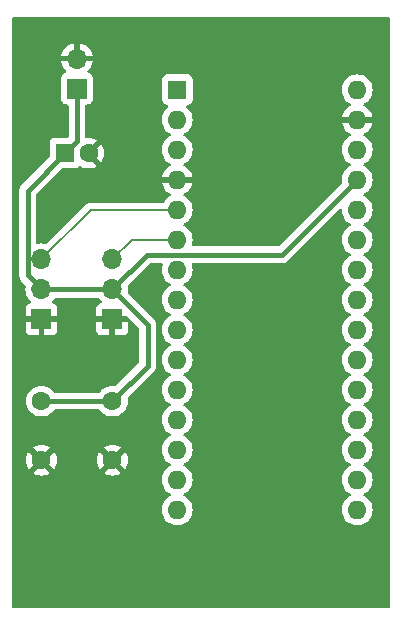
<source format=gtl>
G04 #@! TF.GenerationSoftware,KiCad,Pcbnew,8.0.4*
G04 #@! TF.CreationDate,2024-10-30T20:05:23-07:00*
G04 #@! TF.ProjectId,Valve,56616c76-652e-46b6-9963-61645f706362,rev?*
G04 #@! TF.SameCoordinates,Original*
G04 #@! TF.FileFunction,Copper,L1,Top*
G04 #@! TF.FilePolarity,Positive*
%FSLAX46Y46*%
G04 Gerber Fmt 4.6, Leading zero omitted, Abs format (unit mm)*
G04 Created by KiCad (PCBNEW 8.0.4) date 2024-10-30 20:05:23*
%MOMM*%
%LPD*%
G01*
G04 APERTURE LIST*
G04 #@! TA.AperFunction,ComponentPad*
%ADD10R,1.700000X1.700000*%
G04 #@! TD*
G04 #@! TA.AperFunction,ComponentPad*
%ADD11O,1.700000X1.700000*%
G04 #@! TD*
G04 #@! TA.AperFunction,ComponentPad*
%ADD12C,1.600000*%
G04 #@! TD*
G04 #@! TA.AperFunction,ComponentPad*
%ADD13R,1.600000X1.600000*%
G04 #@! TD*
G04 #@! TA.AperFunction,ComponentPad*
%ADD14O,1.600000X1.600000*%
G04 #@! TD*
G04 #@! TA.AperFunction,Conductor*
%ADD15C,0.400000*%
G04 #@! TD*
G04 #@! TA.AperFunction,Conductor*
%ADD16C,0.200000*%
G04 #@! TD*
G04 APERTURE END LIST*
D10*
X129000000Y-101080000D03*
D11*
X129000000Y-98540000D03*
X129000000Y-96000000D03*
D12*
X135000000Y-113000000D03*
X135000000Y-108000000D03*
D13*
X131000000Y-87000000D03*
D12*
X133000000Y-87000000D03*
X129000000Y-113000000D03*
X129000000Y-108000000D03*
D10*
X135000000Y-101080000D03*
D11*
X135000000Y-98540000D03*
X135000000Y-96000000D03*
D13*
X140500000Y-81640000D03*
D14*
X140500000Y-84180000D03*
X140500000Y-86720000D03*
X140500000Y-89260000D03*
X140500000Y-91800000D03*
X140500000Y-94340000D03*
X140500000Y-96880000D03*
X140500000Y-99420000D03*
X140500000Y-101960000D03*
X140500000Y-104500000D03*
X140500000Y-107040000D03*
X140500000Y-109580000D03*
X140500000Y-112120000D03*
X140500000Y-114660000D03*
X140500000Y-117200000D03*
X155740000Y-117200000D03*
X155740000Y-114660000D03*
X155740000Y-112120000D03*
X155740000Y-109580000D03*
X155740000Y-107040000D03*
X155740000Y-104500000D03*
X155740000Y-101960000D03*
X155740000Y-99420000D03*
X155740000Y-96880000D03*
X155740000Y-94340000D03*
X155740000Y-91800000D03*
X155740000Y-89260000D03*
X155740000Y-86720000D03*
X155740000Y-84180000D03*
X155740000Y-81640000D03*
D10*
X132000000Y-81540000D03*
D11*
X132000000Y-79000000D03*
D15*
X155740000Y-89260000D02*
X149400000Y-95600000D01*
X149400000Y-95600000D02*
X137940000Y-95600000D01*
X137940000Y-95600000D02*
X135000000Y-98540000D01*
X131000000Y-87000000D02*
X127823000Y-90177000D01*
X127823000Y-90177000D02*
X127823000Y-97363000D01*
X127823000Y-97363000D02*
X129000000Y-98540000D01*
X132000000Y-81540000D02*
X132000000Y-86000000D01*
X132000000Y-86000000D02*
X131000000Y-87000000D01*
X135000000Y-108000000D02*
X129000000Y-108000000D01*
X135000000Y-98540000D02*
X138000000Y-101540000D01*
X138000000Y-101540000D02*
X138000000Y-105000000D01*
X138000000Y-105000000D02*
X135000000Y-108000000D01*
D16*
X135000000Y-96000000D02*
X136660000Y-94340000D01*
X136660000Y-94340000D02*
X140500000Y-94340000D01*
X129000000Y-96000000D02*
X133200000Y-91800000D01*
X133200000Y-91800000D02*
X140500000Y-91800000D01*
D15*
X129000000Y-98540000D02*
X135000000Y-98540000D01*
G04 #@! TA.AperFunction,Conductor*
G36*
X158442539Y-75520185D02*
G01*
X158488294Y-75572989D01*
X158499500Y-75624500D01*
X158499500Y-125375500D01*
X158479815Y-125442539D01*
X158427011Y-125488294D01*
X158375500Y-125499500D01*
X126624500Y-125499500D01*
X126557461Y-125479815D01*
X126511706Y-125427011D01*
X126500500Y-125375500D01*
X126500500Y-112999997D01*
X127695034Y-112999997D01*
X127695034Y-113000002D01*
X127714858Y-113226599D01*
X127714860Y-113226610D01*
X127773730Y-113446317D01*
X127773735Y-113446331D01*
X127869863Y-113652478D01*
X127920974Y-113725472D01*
X128600000Y-113046446D01*
X128600000Y-113052661D01*
X128627259Y-113154394D01*
X128679920Y-113245606D01*
X128754394Y-113320080D01*
X128845606Y-113372741D01*
X128947339Y-113400000D01*
X128953553Y-113400000D01*
X128274526Y-114079025D01*
X128347513Y-114130132D01*
X128347521Y-114130136D01*
X128553668Y-114226264D01*
X128553682Y-114226269D01*
X128773389Y-114285139D01*
X128773400Y-114285141D01*
X128999998Y-114304966D01*
X129000002Y-114304966D01*
X129226599Y-114285141D01*
X129226610Y-114285139D01*
X129446317Y-114226269D01*
X129446331Y-114226264D01*
X129652478Y-114130136D01*
X129725471Y-114079024D01*
X129046447Y-113400000D01*
X129052661Y-113400000D01*
X129154394Y-113372741D01*
X129245606Y-113320080D01*
X129320080Y-113245606D01*
X129372741Y-113154394D01*
X129400000Y-113052661D01*
X129400000Y-113046447D01*
X130079024Y-113725471D01*
X130130136Y-113652478D01*
X130226264Y-113446331D01*
X130226269Y-113446317D01*
X130285139Y-113226610D01*
X130285141Y-113226599D01*
X130304966Y-113000002D01*
X130304966Y-112999997D01*
X133695034Y-112999997D01*
X133695034Y-113000002D01*
X133714858Y-113226599D01*
X133714860Y-113226610D01*
X133773730Y-113446317D01*
X133773735Y-113446331D01*
X133869863Y-113652478D01*
X133920974Y-113725472D01*
X134600000Y-113046446D01*
X134600000Y-113052661D01*
X134627259Y-113154394D01*
X134679920Y-113245606D01*
X134754394Y-113320080D01*
X134845606Y-113372741D01*
X134947339Y-113400000D01*
X134953553Y-113400000D01*
X134274526Y-114079025D01*
X134347513Y-114130132D01*
X134347521Y-114130136D01*
X134553668Y-114226264D01*
X134553682Y-114226269D01*
X134773389Y-114285139D01*
X134773400Y-114285141D01*
X134999998Y-114304966D01*
X135000002Y-114304966D01*
X135226599Y-114285141D01*
X135226610Y-114285139D01*
X135446317Y-114226269D01*
X135446331Y-114226264D01*
X135652478Y-114130136D01*
X135725471Y-114079024D01*
X135046447Y-113400000D01*
X135052661Y-113400000D01*
X135154394Y-113372741D01*
X135245606Y-113320080D01*
X135320080Y-113245606D01*
X135372741Y-113154394D01*
X135400000Y-113052661D01*
X135400000Y-113046447D01*
X136079024Y-113725471D01*
X136130136Y-113652478D01*
X136226264Y-113446331D01*
X136226269Y-113446317D01*
X136285139Y-113226610D01*
X136285141Y-113226599D01*
X136304966Y-113000002D01*
X136304966Y-112999997D01*
X136285141Y-112773400D01*
X136285139Y-112773389D01*
X136226269Y-112553682D01*
X136226264Y-112553668D01*
X136130136Y-112347521D01*
X136130132Y-112347513D01*
X136079025Y-112274526D01*
X135400000Y-112953551D01*
X135400000Y-112947339D01*
X135372741Y-112845606D01*
X135320080Y-112754394D01*
X135245606Y-112679920D01*
X135154394Y-112627259D01*
X135052661Y-112600000D01*
X135046448Y-112600000D01*
X135725472Y-111920974D01*
X135652478Y-111869863D01*
X135446331Y-111773735D01*
X135446317Y-111773730D01*
X135226610Y-111714860D01*
X135226599Y-111714858D01*
X135000002Y-111695034D01*
X134999998Y-111695034D01*
X134773400Y-111714858D01*
X134773389Y-111714860D01*
X134553682Y-111773730D01*
X134553673Y-111773734D01*
X134347516Y-111869866D01*
X134347512Y-111869868D01*
X134274526Y-111920973D01*
X134274526Y-111920974D01*
X134953553Y-112600000D01*
X134947339Y-112600000D01*
X134845606Y-112627259D01*
X134754394Y-112679920D01*
X134679920Y-112754394D01*
X134627259Y-112845606D01*
X134600000Y-112947339D01*
X134600000Y-112953552D01*
X133920974Y-112274526D01*
X133920973Y-112274526D01*
X133869868Y-112347512D01*
X133869866Y-112347516D01*
X133773734Y-112553673D01*
X133773730Y-112553682D01*
X133714860Y-112773389D01*
X133714858Y-112773400D01*
X133695034Y-112999997D01*
X130304966Y-112999997D01*
X130285141Y-112773400D01*
X130285139Y-112773389D01*
X130226269Y-112553682D01*
X130226264Y-112553668D01*
X130130136Y-112347521D01*
X130130132Y-112347513D01*
X130079025Y-112274526D01*
X129400000Y-112953551D01*
X129400000Y-112947339D01*
X129372741Y-112845606D01*
X129320080Y-112754394D01*
X129245606Y-112679920D01*
X129154394Y-112627259D01*
X129052661Y-112600000D01*
X129046448Y-112600000D01*
X129725472Y-111920974D01*
X129652478Y-111869863D01*
X129446331Y-111773735D01*
X129446317Y-111773730D01*
X129226610Y-111714860D01*
X129226599Y-111714858D01*
X129000002Y-111695034D01*
X128999998Y-111695034D01*
X128773400Y-111714858D01*
X128773389Y-111714860D01*
X128553682Y-111773730D01*
X128553673Y-111773734D01*
X128347516Y-111869866D01*
X128347512Y-111869868D01*
X128274526Y-111920973D01*
X128274526Y-111920974D01*
X128953553Y-112600000D01*
X128947339Y-112600000D01*
X128845606Y-112627259D01*
X128754394Y-112679920D01*
X128679920Y-112754394D01*
X128627259Y-112845606D01*
X128600000Y-112947339D01*
X128600000Y-112953552D01*
X127920974Y-112274526D01*
X127920973Y-112274526D01*
X127869868Y-112347512D01*
X127869866Y-112347516D01*
X127773734Y-112553673D01*
X127773730Y-112553682D01*
X127714860Y-112773389D01*
X127714858Y-112773400D01*
X127695034Y-112999997D01*
X126500500Y-112999997D01*
X126500500Y-97431996D01*
X127122499Y-97431996D01*
X127149418Y-97567322D01*
X127149421Y-97567332D01*
X127202222Y-97694807D01*
X127278887Y-97809545D01*
X127278888Y-97809546D01*
X127637348Y-98168005D01*
X127670833Y-98229328D01*
X127669442Y-98287778D01*
X127664939Y-98304584D01*
X127664936Y-98304597D01*
X127644341Y-98539999D01*
X127644341Y-98540000D01*
X127664936Y-98775403D01*
X127664938Y-98775413D01*
X127726094Y-99003655D01*
X127726096Y-99003659D01*
X127726097Y-99003663D01*
X127814527Y-99193302D01*
X127825965Y-99217830D01*
X127825967Y-99217834D01*
X127961501Y-99411395D01*
X127961506Y-99411402D01*
X128083818Y-99533714D01*
X128117303Y-99595037D01*
X128112319Y-99664729D01*
X128070447Y-99720662D01*
X128039471Y-99737577D01*
X127907912Y-99786646D01*
X127907906Y-99786649D01*
X127792812Y-99872809D01*
X127792809Y-99872812D01*
X127706649Y-99987906D01*
X127706645Y-99987913D01*
X127656403Y-100122620D01*
X127656401Y-100122627D01*
X127650000Y-100182155D01*
X127650000Y-100830000D01*
X128566988Y-100830000D01*
X128534075Y-100887007D01*
X128500000Y-101014174D01*
X128500000Y-101145826D01*
X128534075Y-101272993D01*
X128566988Y-101330000D01*
X127650000Y-101330000D01*
X127650000Y-101977844D01*
X127656401Y-102037372D01*
X127656403Y-102037379D01*
X127706645Y-102172086D01*
X127706649Y-102172093D01*
X127792809Y-102287187D01*
X127792812Y-102287190D01*
X127907906Y-102373350D01*
X127907913Y-102373354D01*
X128042620Y-102423596D01*
X128042627Y-102423598D01*
X128102155Y-102429999D01*
X128102172Y-102430000D01*
X128750000Y-102430000D01*
X128750000Y-101513012D01*
X128807007Y-101545925D01*
X128934174Y-101580000D01*
X129065826Y-101580000D01*
X129192993Y-101545925D01*
X129250000Y-101513012D01*
X129250000Y-102430000D01*
X129897828Y-102430000D01*
X129897844Y-102429999D01*
X129957372Y-102423598D01*
X129957379Y-102423596D01*
X130092086Y-102373354D01*
X130092093Y-102373350D01*
X130207187Y-102287190D01*
X130207190Y-102287187D01*
X130293350Y-102172093D01*
X130293354Y-102172086D01*
X130343596Y-102037379D01*
X130343598Y-102037372D01*
X130349999Y-101977844D01*
X130350000Y-101977827D01*
X130350000Y-101330000D01*
X129433012Y-101330000D01*
X129465925Y-101272993D01*
X129500000Y-101145826D01*
X129500000Y-101014174D01*
X129465925Y-100887007D01*
X129433012Y-100830000D01*
X130350000Y-100830000D01*
X130350000Y-100182172D01*
X130349999Y-100182155D01*
X130343598Y-100122627D01*
X130343596Y-100122620D01*
X130293354Y-99987913D01*
X130293350Y-99987906D01*
X130207190Y-99872812D01*
X130207187Y-99872809D01*
X130092093Y-99786649D01*
X130092088Y-99786646D01*
X129960528Y-99737577D01*
X129904595Y-99695705D01*
X129880178Y-99630241D01*
X129895030Y-99561968D01*
X129916175Y-99533720D01*
X130038495Y-99411401D01*
X130121136Y-99293376D01*
X130175713Y-99249752D01*
X130222711Y-99240500D01*
X133777289Y-99240500D01*
X133844328Y-99260185D01*
X133878864Y-99293377D01*
X133961503Y-99411399D01*
X133961504Y-99411400D01*
X133961505Y-99411401D01*
X134083819Y-99533715D01*
X134117303Y-99595036D01*
X134112319Y-99664728D01*
X134070448Y-99720662D01*
X134039471Y-99737577D01*
X133907912Y-99786646D01*
X133907906Y-99786649D01*
X133792812Y-99872809D01*
X133792809Y-99872812D01*
X133706649Y-99987906D01*
X133706645Y-99987913D01*
X133656403Y-100122620D01*
X133656401Y-100122627D01*
X133650000Y-100182155D01*
X133650000Y-100830000D01*
X134566988Y-100830000D01*
X134534075Y-100887007D01*
X134500000Y-101014174D01*
X134500000Y-101145826D01*
X134534075Y-101272993D01*
X134566988Y-101330000D01*
X133650000Y-101330000D01*
X133650000Y-101977844D01*
X133656401Y-102037372D01*
X133656403Y-102037379D01*
X133706645Y-102172086D01*
X133706649Y-102172093D01*
X133792809Y-102287187D01*
X133792812Y-102287190D01*
X133907906Y-102373350D01*
X133907913Y-102373354D01*
X134042620Y-102423596D01*
X134042627Y-102423598D01*
X134102155Y-102429999D01*
X134102172Y-102430000D01*
X134750000Y-102430000D01*
X134750000Y-101513012D01*
X134807007Y-101545925D01*
X134934174Y-101580000D01*
X135065826Y-101580000D01*
X135192993Y-101545925D01*
X135250000Y-101513012D01*
X135250000Y-102430000D01*
X135897828Y-102430000D01*
X135897844Y-102429999D01*
X135957372Y-102423598D01*
X135957379Y-102423596D01*
X136092086Y-102373354D01*
X136092093Y-102373350D01*
X136207187Y-102287190D01*
X136207190Y-102287187D01*
X136293350Y-102172093D01*
X136293354Y-102172086D01*
X136343596Y-102037379D01*
X136343598Y-102037372D01*
X136349999Y-101977844D01*
X136350000Y-101977827D01*
X136350000Y-101330000D01*
X135433012Y-101330000D01*
X135465925Y-101272993D01*
X135500000Y-101145826D01*
X135500000Y-101014174D01*
X135465925Y-100887007D01*
X135433012Y-100830000D01*
X136247981Y-100830000D01*
X136315020Y-100849685D01*
X136335662Y-100866319D01*
X137263181Y-101793838D01*
X137296666Y-101855161D01*
X137299500Y-101881519D01*
X137299500Y-104658480D01*
X137279815Y-104725519D01*
X137263181Y-104746161D01*
X135330369Y-106678972D01*
X135269046Y-106712457D01*
X135231881Y-106714819D01*
X135226680Y-106714364D01*
X135207171Y-106712657D01*
X135000002Y-106694532D01*
X134999998Y-106694532D01*
X134773313Y-106714364D01*
X134773302Y-106714366D01*
X134553511Y-106773258D01*
X134553502Y-106773261D01*
X134347267Y-106869431D01*
X134347265Y-106869432D01*
X134160858Y-106999954D01*
X133999954Y-107160858D01*
X133939902Y-107246623D01*
X133885325Y-107290248D01*
X133838327Y-107299500D01*
X130161673Y-107299500D01*
X130094634Y-107279815D01*
X130060098Y-107246623D01*
X130000045Y-107160858D01*
X129839141Y-106999954D01*
X129652734Y-106869432D01*
X129652732Y-106869431D01*
X129446497Y-106773261D01*
X129446488Y-106773258D01*
X129226697Y-106714366D01*
X129226693Y-106714365D01*
X129226692Y-106714365D01*
X129226691Y-106714364D01*
X129226686Y-106714364D01*
X129000002Y-106694532D01*
X128999998Y-106694532D01*
X128773313Y-106714364D01*
X128773302Y-106714366D01*
X128553511Y-106773258D01*
X128553502Y-106773261D01*
X128347267Y-106869431D01*
X128347265Y-106869432D01*
X128160858Y-106999954D01*
X127999954Y-107160858D01*
X127869432Y-107347265D01*
X127869431Y-107347267D01*
X127773261Y-107553502D01*
X127773258Y-107553511D01*
X127714366Y-107773302D01*
X127714364Y-107773313D01*
X127694532Y-107999998D01*
X127694532Y-108000001D01*
X127714364Y-108226686D01*
X127714366Y-108226697D01*
X127773258Y-108446488D01*
X127773261Y-108446497D01*
X127869431Y-108652732D01*
X127869432Y-108652734D01*
X127999954Y-108839141D01*
X128160858Y-109000045D01*
X128160861Y-109000047D01*
X128347266Y-109130568D01*
X128553504Y-109226739D01*
X128773308Y-109285635D01*
X128935230Y-109299801D01*
X128999998Y-109305468D01*
X129000000Y-109305468D01*
X129000002Y-109305468D01*
X129056673Y-109300509D01*
X129226692Y-109285635D01*
X129446496Y-109226739D01*
X129652734Y-109130568D01*
X129839139Y-109000047D01*
X130000047Y-108839139D01*
X130060098Y-108753377D01*
X130114675Y-108709752D01*
X130161673Y-108700500D01*
X133838327Y-108700500D01*
X133905366Y-108720185D01*
X133939902Y-108753377D01*
X133999954Y-108839141D01*
X134160858Y-109000045D01*
X134160861Y-109000047D01*
X134347266Y-109130568D01*
X134553504Y-109226739D01*
X134773308Y-109285635D01*
X134935230Y-109299801D01*
X134999998Y-109305468D01*
X135000000Y-109305468D01*
X135000002Y-109305468D01*
X135056673Y-109300509D01*
X135226692Y-109285635D01*
X135446496Y-109226739D01*
X135652734Y-109130568D01*
X135839139Y-109000047D01*
X136000047Y-108839139D01*
X136130568Y-108652734D01*
X136226739Y-108446496D01*
X136285635Y-108226692D01*
X136305468Y-108000000D01*
X136285635Y-107773308D01*
X136285633Y-107773303D01*
X136285180Y-107768117D01*
X136298946Y-107699617D01*
X136321024Y-107669631D01*
X138544114Y-105446543D01*
X138620775Y-105331811D01*
X138673580Y-105204328D01*
X138700500Y-105068994D01*
X138700500Y-104931006D01*
X138700500Y-101471007D01*
X138700500Y-101471004D01*
X138673581Y-101335677D01*
X138673580Y-101335676D01*
X138673580Y-101335672D01*
X138661814Y-101307266D01*
X138620777Y-101208193D01*
X138620774Y-101208188D01*
X138603851Y-101182860D01*
X138544112Y-101093454D01*
X138544109Y-101093451D01*
X136362651Y-98911994D01*
X136329166Y-98850671D01*
X136330558Y-98792217D01*
X136335063Y-98775408D01*
X136355659Y-98540000D01*
X136335063Y-98304592D01*
X136330558Y-98287778D01*
X136332219Y-98217932D01*
X136362649Y-98168006D01*
X138193838Y-96336819D01*
X138255161Y-96303334D01*
X138281519Y-96300500D01*
X139147299Y-96300500D01*
X139214338Y-96320185D01*
X139260093Y-96372989D01*
X139270037Y-96442147D01*
X139267074Y-96456593D01*
X139214366Y-96653302D01*
X139214364Y-96653313D01*
X139194532Y-96879998D01*
X139194532Y-96880001D01*
X139214364Y-97106686D01*
X139214366Y-97106697D01*
X139273258Y-97326488D01*
X139273261Y-97326497D01*
X139369431Y-97532732D01*
X139369432Y-97532734D01*
X139499954Y-97719141D01*
X139660858Y-97880045D01*
X139660861Y-97880047D01*
X139847266Y-98010568D01*
X139905275Y-98037618D01*
X139957714Y-98083791D01*
X139976866Y-98150984D01*
X139956650Y-98217865D01*
X139905275Y-98262382D01*
X139847267Y-98289431D01*
X139847265Y-98289432D01*
X139660858Y-98419954D01*
X139499954Y-98580858D01*
X139369432Y-98767265D01*
X139369431Y-98767267D01*
X139273261Y-98973502D01*
X139273258Y-98973511D01*
X139214366Y-99193302D01*
X139214364Y-99193313D01*
X139194532Y-99419998D01*
X139194532Y-99420001D01*
X139214364Y-99646686D01*
X139214366Y-99646697D01*
X139273258Y-99866488D01*
X139273261Y-99866497D01*
X139369431Y-100072732D01*
X139369432Y-100072734D01*
X139499954Y-100259141D01*
X139660858Y-100420045D01*
X139660861Y-100420047D01*
X139847266Y-100550568D01*
X139905275Y-100577618D01*
X139957714Y-100623791D01*
X139976866Y-100690984D01*
X139956650Y-100757865D01*
X139905275Y-100802382D01*
X139847267Y-100829431D01*
X139847265Y-100829432D01*
X139660858Y-100959954D01*
X139499954Y-101120858D01*
X139369432Y-101307265D01*
X139369431Y-101307267D01*
X139273261Y-101513502D01*
X139273258Y-101513511D01*
X139214366Y-101733302D01*
X139214364Y-101733313D01*
X139194532Y-101959998D01*
X139194532Y-101960001D01*
X139214364Y-102186686D01*
X139214366Y-102186697D01*
X139273258Y-102406488D01*
X139273261Y-102406497D01*
X139369431Y-102612732D01*
X139369432Y-102612734D01*
X139499954Y-102799141D01*
X139660858Y-102960045D01*
X139660861Y-102960047D01*
X139847266Y-103090568D01*
X139905275Y-103117618D01*
X139957714Y-103163791D01*
X139976866Y-103230984D01*
X139956650Y-103297865D01*
X139905275Y-103342382D01*
X139847267Y-103369431D01*
X139847265Y-103369432D01*
X139660858Y-103499954D01*
X139499954Y-103660858D01*
X139369432Y-103847265D01*
X139369431Y-103847267D01*
X139273261Y-104053502D01*
X139273258Y-104053511D01*
X139214366Y-104273302D01*
X139214364Y-104273313D01*
X139194532Y-104499998D01*
X139194532Y-104500001D01*
X139214364Y-104726686D01*
X139214366Y-104726697D01*
X139273258Y-104946488D01*
X139273261Y-104946497D01*
X139369431Y-105152732D01*
X139369432Y-105152734D01*
X139499954Y-105339141D01*
X139660858Y-105500045D01*
X139660861Y-105500047D01*
X139847266Y-105630568D01*
X139905275Y-105657618D01*
X139957714Y-105703791D01*
X139976866Y-105770984D01*
X139956650Y-105837865D01*
X139905275Y-105882382D01*
X139847267Y-105909431D01*
X139847265Y-105909432D01*
X139660858Y-106039954D01*
X139499954Y-106200858D01*
X139369432Y-106387265D01*
X139369431Y-106387267D01*
X139273261Y-106593502D01*
X139273258Y-106593511D01*
X139214366Y-106813302D01*
X139214364Y-106813313D01*
X139194532Y-107039998D01*
X139194532Y-107040001D01*
X139214364Y-107266686D01*
X139214366Y-107266697D01*
X139273258Y-107486488D01*
X139273261Y-107486497D01*
X139369431Y-107692732D01*
X139369432Y-107692734D01*
X139499954Y-107879141D01*
X139660858Y-108040045D01*
X139660861Y-108040047D01*
X139847266Y-108170568D01*
X139905275Y-108197618D01*
X139957714Y-108243791D01*
X139976866Y-108310984D01*
X139956650Y-108377865D01*
X139905275Y-108422382D01*
X139847267Y-108449431D01*
X139847265Y-108449432D01*
X139660858Y-108579954D01*
X139499954Y-108740858D01*
X139369432Y-108927265D01*
X139369431Y-108927267D01*
X139273261Y-109133502D01*
X139273258Y-109133511D01*
X139214366Y-109353302D01*
X139214364Y-109353313D01*
X139194532Y-109579998D01*
X139194532Y-109580001D01*
X139214364Y-109806686D01*
X139214366Y-109806697D01*
X139273258Y-110026488D01*
X139273261Y-110026497D01*
X139369431Y-110232732D01*
X139369432Y-110232734D01*
X139499954Y-110419141D01*
X139660858Y-110580045D01*
X139660861Y-110580047D01*
X139847266Y-110710568D01*
X139905275Y-110737618D01*
X139957714Y-110783791D01*
X139976866Y-110850984D01*
X139956650Y-110917865D01*
X139905275Y-110962382D01*
X139847267Y-110989431D01*
X139847265Y-110989432D01*
X139660858Y-111119954D01*
X139499954Y-111280858D01*
X139369432Y-111467265D01*
X139369431Y-111467267D01*
X139273261Y-111673502D01*
X139273258Y-111673511D01*
X139214366Y-111893302D01*
X139214364Y-111893313D01*
X139194532Y-112119998D01*
X139194532Y-112120001D01*
X139214364Y-112346686D01*
X139214366Y-112346697D01*
X139273258Y-112566488D01*
X139273261Y-112566497D01*
X139369431Y-112772732D01*
X139369432Y-112772734D01*
X139499954Y-112959141D01*
X139660858Y-113120045D01*
X139660861Y-113120047D01*
X139847266Y-113250568D01*
X139905275Y-113277618D01*
X139957714Y-113323791D01*
X139976866Y-113390984D01*
X139956650Y-113457865D01*
X139905275Y-113502382D01*
X139847267Y-113529431D01*
X139847265Y-113529432D01*
X139660858Y-113659954D01*
X139499954Y-113820858D01*
X139369432Y-114007265D01*
X139369431Y-114007267D01*
X139273261Y-114213502D01*
X139273258Y-114213511D01*
X139214366Y-114433302D01*
X139214364Y-114433313D01*
X139194532Y-114659998D01*
X139194532Y-114660001D01*
X139214364Y-114886686D01*
X139214366Y-114886697D01*
X139273258Y-115106488D01*
X139273261Y-115106497D01*
X139369431Y-115312732D01*
X139369432Y-115312734D01*
X139499954Y-115499141D01*
X139660858Y-115660045D01*
X139660861Y-115660047D01*
X139847266Y-115790568D01*
X139905275Y-115817618D01*
X139957714Y-115863791D01*
X139976866Y-115930984D01*
X139956650Y-115997865D01*
X139905275Y-116042382D01*
X139847267Y-116069431D01*
X139847265Y-116069432D01*
X139660858Y-116199954D01*
X139499954Y-116360858D01*
X139369432Y-116547265D01*
X139369431Y-116547267D01*
X139273261Y-116753502D01*
X139273258Y-116753511D01*
X139214366Y-116973302D01*
X139214364Y-116973313D01*
X139194532Y-117199998D01*
X139194532Y-117200001D01*
X139214364Y-117426686D01*
X139214366Y-117426697D01*
X139273258Y-117646488D01*
X139273261Y-117646497D01*
X139369431Y-117852732D01*
X139369432Y-117852734D01*
X139499954Y-118039141D01*
X139660858Y-118200045D01*
X139660861Y-118200047D01*
X139847266Y-118330568D01*
X140053504Y-118426739D01*
X140273308Y-118485635D01*
X140435230Y-118499801D01*
X140499998Y-118505468D01*
X140500000Y-118505468D01*
X140500002Y-118505468D01*
X140556673Y-118500509D01*
X140726692Y-118485635D01*
X140946496Y-118426739D01*
X141152734Y-118330568D01*
X141339139Y-118200047D01*
X141500047Y-118039139D01*
X141630568Y-117852734D01*
X141726739Y-117646496D01*
X141785635Y-117426692D01*
X141805468Y-117200000D01*
X141785635Y-116973308D01*
X141726739Y-116753504D01*
X141630568Y-116547266D01*
X141500047Y-116360861D01*
X141500045Y-116360858D01*
X141339141Y-116199954D01*
X141152734Y-116069432D01*
X141152728Y-116069429D01*
X141094725Y-116042382D01*
X141042285Y-115996210D01*
X141023133Y-115929017D01*
X141043348Y-115862135D01*
X141094725Y-115817618D01*
X141152734Y-115790568D01*
X141339139Y-115660047D01*
X141500047Y-115499139D01*
X141630568Y-115312734D01*
X141726739Y-115106496D01*
X141785635Y-114886692D01*
X141805468Y-114660000D01*
X141785635Y-114433308D01*
X141726739Y-114213504D01*
X141630568Y-114007266D01*
X141500047Y-113820861D01*
X141500045Y-113820858D01*
X141339141Y-113659954D01*
X141152734Y-113529432D01*
X141152728Y-113529429D01*
X141094725Y-113502382D01*
X141042285Y-113456210D01*
X141023133Y-113389017D01*
X141043348Y-113322135D01*
X141094725Y-113277618D01*
X141152734Y-113250568D01*
X141339139Y-113120047D01*
X141500047Y-112959139D01*
X141630568Y-112772734D01*
X141726739Y-112566496D01*
X141785635Y-112346692D01*
X141805468Y-112120000D01*
X141785635Y-111893308D01*
X141726739Y-111673504D01*
X141630568Y-111467266D01*
X141500047Y-111280861D01*
X141500045Y-111280858D01*
X141339141Y-111119954D01*
X141152734Y-110989432D01*
X141152728Y-110989429D01*
X141094725Y-110962382D01*
X141042285Y-110916210D01*
X141023133Y-110849017D01*
X141043348Y-110782135D01*
X141094725Y-110737618D01*
X141152734Y-110710568D01*
X141339139Y-110580047D01*
X141500047Y-110419139D01*
X141630568Y-110232734D01*
X141726739Y-110026496D01*
X141785635Y-109806692D01*
X141805468Y-109580000D01*
X141785635Y-109353308D01*
X141726739Y-109133504D01*
X141630568Y-108927266D01*
X141500047Y-108740861D01*
X141500045Y-108740858D01*
X141339141Y-108579954D01*
X141152734Y-108449432D01*
X141152728Y-108449429D01*
X141094725Y-108422382D01*
X141042285Y-108376210D01*
X141023133Y-108309017D01*
X141043348Y-108242135D01*
X141094725Y-108197618D01*
X141152734Y-108170568D01*
X141339139Y-108040047D01*
X141500047Y-107879139D01*
X141630568Y-107692734D01*
X141726739Y-107486496D01*
X141785635Y-107266692D01*
X141805468Y-107040000D01*
X141785635Y-106813308D01*
X141726739Y-106593504D01*
X141630568Y-106387266D01*
X141500047Y-106200861D01*
X141500045Y-106200858D01*
X141339141Y-106039954D01*
X141152734Y-105909432D01*
X141152728Y-105909429D01*
X141094725Y-105882382D01*
X141042285Y-105836210D01*
X141023133Y-105769017D01*
X141043348Y-105702135D01*
X141094725Y-105657618D01*
X141152734Y-105630568D01*
X141339139Y-105500047D01*
X141500047Y-105339139D01*
X141630568Y-105152734D01*
X141726739Y-104946496D01*
X141785635Y-104726692D01*
X141805468Y-104500000D01*
X141785635Y-104273308D01*
X141726739Y-104053504D01*
X141630568Y-103847266D01*
X141500047Y-103660861D01*
X141500045Y-103660858D01*
X141339141Y-103499954D01*
X141152734Y-103369432D01*
X141152728Y-103369429D01*
X141094725Y-103342382D01*
X141042285Y-103296210D01*
X141023133Y-103229017D01*
X141043348Y-103162135D01*
X141094725Y-103117618D01*
X141152734Y-103090568D01*
X141339139Y-102960047D01*
X141500047Y-102799139D01*
X141630568Y-102612734D01*
X141726739Y-102406496D01*
X141785635Y-102186692D01*
X141805468Y-101960000D01*
X141785635Y-101733308D01*
X141726739Y-101513504D01*
X141630568Y-101307266D01*
X141500047Y-101120861D01*
X141500045Y-101120858D01*
X141339141Y-100959954D01*
X141152734Y-100829432D01*
X141152728Y-100829429D01*
X141094725Y-100802382D01*
X141042285Y-100756210D01*
X141023133Y-100689017D01*
X141043348Y-100622135D01*
X141094725Y-100577618D01*
X141152734Y-100550568D01*
X141339139Y-100420047D01*
X141500047Y-100259139D01*
X141630568Y-100072734D01*
X141726739Y-99866496D01*
X141785635Y-99646692D01*
X141805468Y-99420000D01*
X141785635Y-99193308D01*
X141726739Y-98973504D01*
X141630568Y-98767266D01*
X141500047Y-98580861D01*
X141500045Y-98580858D01*
X141339141Y-98419954D01*
X141152734Y-98289432D01*
X141152728Y-98289429D01*
X141094725Y-98262382D01*
X141042285Y-98216210D01*
X141023133Y-98149017D01*
X141043348Y-98082135D01*
X141094725Y-98037618D01*
X141152734Y-98010568D01*
X141339139Y-97880047D01*
X141500047Y-97719139D01*
X141630568Y-97532734D01*
X141726739Y-97326496D01*
X141785635Y-97106692D01*
X141805468Y-96880000D01*
X141785635Y-96653308D01*
X141757891Y-96549767D01*
X141732926Y-96456593D01*
X141734589Y-96386743D01*
X141773752Y-96328881D01*
X141837980Y-96301377D01*
X141852701Y-96300500D01*
X149468996Y-96300500D01*
X149560040Y-96282389D01*
X149604328Y-96273580D01*
X149716138Y-96227267D01*
X149731807Y-96220777D01*
X149731808Y-96220776D01*
X149731811Y-96220775D01*
X149846543Y-96144114D01*
X154226881Y-91763774D01*
X154288202Y-91730291D01*
X154357894Y-91735275D01*
X154413827Y-91777147D01*
X154438088Y-91840649D01*
X154454364Y-92026687D01*
X154454366Y-92026697D01*
X154513258Y-92246488D01*
X154513261Y-92246497D01*
X154609431Y-92452732D01*
X154609432Y-92452734D01*
X154739954Y-92639141D01*
X154900858Y-92800045D01*
X154900861Y-92800047D01*
X155087266Y-92930568D01*
X155145275Y-92957618D01*
X155197714Y-93003791D01*
X155216866Y-93070984D01*
X155196650Y-93137865D01*
X155145275Y-93182382D01*
X155087267Y-93209431D01*
X155087265Y-93209432D01*
X154900858Y-93339954D01*
X154739954Y-93500858D01*
X154609432Y-93687265D01*
X154609431Y-93687267D01*
X154513261Y-93893502D01*
X154513258Y-93893511D01*
X154454366Y-94113302D01*
X154454364Y-94113313D01*
X154434532Y-94339998D01*
X154434532Y-94340001D01*
X154454364Y-94566686D01*
X154454366Y-94566697D01*
X154513258Y-94786488D01*
X154513261Y-94786497D01*
X154609431Y-94992732D01*
X154609432Y-94992734D01*
X154739954Y-95179141D01*
X154900858Y-95340045D01*
X154900861Y-95340047D01*
X155087266Y-95470568D01*
X155145275Y-95497618D01*
X155197714Y-95543791D01*
X155216866Y-95610984D01*
X155196650Y-95677865D01*
X155145275Y-95722382D01*
X155087267Y-95749431D01*
X155087265Y-95749432D01*
X154900858Y-95879954D01*
X154739954Y-96040858D01*
X154609432Y-96227265D01*
X154609431Y-96227267D01*
X154513261Y-96433502D01*
X154513258Y-96433511D01*
X154454366Y-96653302D01*
X154454364Y-96653313D01*
X154434532Y-96879998D01*
X154434532Y-96880001D01*
X154454364Y-97106686D01*
X154454366Y-97106697D01*
X154513258Y-97326488D01*
X154513261Y-97326497D01*
X154609431Y-97532732D01*
X154609432Y-97532734D01*
X154739954Y-97719141D01*
X154900858Y-97880045D01*
X154900861Y-97880047D01*
X155087266Y-98010568D01*
X155145275Y-98037618D01*
X155197714Y-98083791D01*
X155216866Y-98150984D01*
X155196650Y-98217865D01*
X155145275Y-98262382D01*
X155087267Y-98289431D01*
X155087265Y-98289432D01*
X154900858Y-98419954D01*
X154739954Y-98580858D01*
X154609432Y-98767265D01*
X154609431Y-98767267D01*
X154513261Y-98973502D01*
X154513258Y-98973511D01*
X154454366Y-99193302D01*
X154454364Y-99193313D01*
X154434532Y-99419998D01*
X154434532Y-99420001D01*
X154454364Y-99646686D01*
X154454366Y-99646697D01*
X154513258Y-99866488D01*
X154513261Y-99866497D01*
X154609431Y-100072732D01*
X154609432Y-100072734D01*
X154739954Y-100259141D01*
X154900858Y-100420045D01*
X154900861Y-100420047D01*
X155087266Y-100550568D01*
X155145275Y-100577618D01*
X155197714Y-100623791D01*
X155216866Y-100690984D01*
X155196650Y-100757865D01*
X155145275Y-100802382D01*
X155087267Y-100829431D01*
X155087265Y-100829432D01*
X154900858Y-100959954D01*
X154739954Y-101120858D01*
X154609432Y-101307265D01*
X154609431Y-101307267D01*
X154513261Y-101513502D01*
X154513258Y-101513511D01*
X154454366Y-101733302D01*
X154454364Y-101733313D01*
X154434532Y-101959998D01*
X154434532Y-101960001D01*
X154454364Y-102186686D01*
X154454366Y-102186697D01*
X154513258Y-102406488D01*
X154513261Y-102406497D01*
X154609431Y-102612732D01*
X154609432Y-102612734D01*
X154739954Y-102799141D01*
X154900858Y-102960045D01*
X154900861Y-102960047D01*
X155087266Y-103090568D01*
X155145275Y-103117618D01*
X155197714Y-103163791D01*
X155216866Y-103230984D01*
X155196650Y-103297865D01*
X155145275Y-103342382D01*
X155087267Y-103369431D01*
X155087265Y-103369432D01*
X154900858Y-103499954D01*
X154739954Y-103660858D01*
X154609432Y-103847265D01*
X154609431Y-103847267D01*
X154513261Y-104053502D01*
X154513258Y-104053511D01*
X154454366Y-104273302D01*
X154454364Y-104273313D01*
X154434532Y-104499998D01*
X154434532Y-104500001D01*
X154454364Y-104726686D01*
X154454366Y-104726697D01*
X154513258Y-104946488D01*
X154513261Y-104946497D01*
X154609431Y-105152732D01*
X154609432Y-105152734D01*
X154739954Y-105339141D01*
X154900858Y-105500045D01*
X154900861Y-105500047D01*
X155087266Y-105630568D01*
X155145275Y-105657618D01*
X155197714Y-105703791D01*
X155216866Y-105770984D01*
X155196650Y-105837865D01*
X155145275Y-105882382D01*
X155087267Y-105909431D01*
X155087265Y-105909432D01*
X154900858Y-106039954D01*
X154739954Y-106200858D01*
X154609432Y-106387265D01*
X154609431Y-106387267D01*
X154513261Y-106593502D01*
X154513258Y-106593511D01*
X154454366Y-106813302D01*
X154454364Y-106813313D01*
X154434532Y-107039998D01*
X154434532Y-107040001D01*
X154454364Y-107266686D01*
X154454366Y-107266697D01*
X154513258Y-107486488D01*
X154513261Y-107486497D01*
X154609431Y-107692732D01*
X154609432Y-107692734D01*
X154739954Y-107879141D01*
X154900858Y-108040045D01*
X154900861Y-108040047D01*
X155087266Y-108170568D01*
X155145275Y-108197618D01*
X155197714Y-108243791D01*
X155216866Y-108310984D01*
X155196650Y-108377865D01*
X155145275Y-108422382D01*
X155087267Y-108449431D01*
X155087265Y-108449432D01*
X154900858Y-108579954D01*
X154739954Y-108740858D01*
X154609432Y-108927265D01*
X154609431Y-108927267D01*
X154513261Y-109133502D01*
X154513258Y-109133511D01*
X154454366Y-109353302D01*
X154454364Y-109353313D01*
X154434532Y-109579998D01*
X154434532Y-109580001D01*
X154454364Y-109806686D01*
X154454366Y-109806697D01*
X154513258Y-110026488D01*
X154513261Y-110026497D01*
X154609431Y-110232732D01*
X154609432Y-110232734D01*
X154739954Y-110419141D01*
X154900858Y-110580045D01*
X154900861Y-110580047D01*
X155087266Y-110710568D01*
X155145275Y-110737618D01*
X155197714Y-110783791D01*
X155216866Y-110850984D01*
X155196650Y-110917865D01*
X155145275Y-110962382D01*
X155087267Y-110989431D01*
X155087265Y-110989432D01*
X154900858Y-111119954D01*
X154739954Y-111280858D01*
X154609432Y-111467265D01*
X154609431Y-111467267D01*
X154513261Y-111673502D01*
X154513258Y-111673511D01*
X154454366Y-111893302D01*
X154454364Y-111893313D01*
X154434532Y-112119998D01*
X154434532Y-112120001D01*
X154454364Y-112346686D01*
X154454366Y-112346697D01*
X154513258Y-112566488D01*
X154513261Y-112566497D01*
X154609431Y-112772732D01*
X154609432Y-112772734D01*
X154739954Y-112959141D01*
X154900858Y-113120045D01*
X154900861Y-113120047D01*
X155087266Y-113250568D01*
X155145275Y-113277618D01*
X155197714Y-113323791D01*
X155216866Y-113390984D01*
X155196650Y-113457865D01*
X155145275Y-113502382D01*
X155087267Y-113529431D01*
X155087265Y-113529432D01*
X154900858Y-113659954D01*
X154739954Y-113820858D01*
X154609432Y-114007265D01*
X154609431Y-114007267D01*
X154513261Y-114213502D01*
X154513258Y-114213511D01*
X154454366Y-114433302D01*
X154454364Y-114433313D01*
X154434532Y-114659998D01*
X154434532Y-114660001D01*
X154454364Y-114886686D01*
X154454366Y-114886697D01*
X154513258Y-115106488D01*
X154513261Y-115106497D01*
X154609431Y-115312732D01*
X154609432Y-115312734D01*
X154739954Y-115499141D01*
X154900858Y-115660045D01*
X154900861Y-115660047D01*
X155087266Y-115790568D01*
X155145275Y-115817618D01*
X155197714Y-115863791D01*
X155216866Y-115930984D01*
X155196650Y-115997865D01*
X155145275Y-116042382D01*
X155087267Y-116069431D01*
X155087265Y-116069432D01*
X154900858Y-116199954D01*
X154739954Y-116360858D01*
X154609432Y-116547265D01*
X154609431Y-116547267D01*
X154513261Y-116753502D01*
X154513258Y-116753511D01*
X154454366Y-116973302D01*
X154454364Y-116973313D01*
X154434532Y-117199998D01*
X154434532Y-117200001D01*
X154454364Y-117426686D01*
X154454366Y-117426697D01*
X154513258Y-117646488D01*
X154513261Y-117646497D01*
X154609431Y-117852732D01*
X154609432Y-117852734D01*
X154739954Y-118039141D01*
X154900858Y-118200045D01*
X154900861Y-118200047D01*
X155087266Y-118330568D01*
X155293504Y-118426739D01*
X155513308Y-118485635D01*
X155675230Y-118499801D01*
X155739998Y-118505468D01*
X155740000Y-118505468D01*
X155740002Y-118505468D01*
X155796673Y-118500509D01*
X155966692Y-118485635D01*
X156186496Y-118426739D01*
X156392734Y-118330568D01*
X156579139Y-118200047D01*
X156740047Y-118039139D01*
X156870568Y-117852734D01*
X156966739Y-117646496D01*
X157025635Y-117426692D01*
X157045468Y-117200000D01*
X157025635Y-116973308D01*
X156966739Y-116753504D01*
X156870568Y-116547266D01*
X156740047Y-116360861D01*
X156740045Y-116360858D01*
X156579141Y-116199954D01*
X156392734Y-116069432D01*
X156392728Y-116069429D01*
X156334725Y-116042382D01*
X156282285Y-115996210D01*
X156263133Y-115929017D01*
X156283348Y-115862135D01*
X156334725Y-115817618D01*
X156392734Y-115790568D01*
X156579139Y-115660047D01*
X156740047Y-115499139D01*
X156870568Y-115312734D01*
X156966739Y-115106496D01*
X157025635Y-114886692D01*
X157045468Y-114660000D01*
X157025635Y-114433308D01*
X156966739Y-114213504D01*
X156870568Y-114007266D01*
X156740047Y-113820861D01*
X156740045Y-113820858D01*
X156579141Y-113659954D01*
X156392734Y-113529432D01*
X156392728Y-113529429D01*
X156334725Y-113502382D01*
X156282285Y-113456210D01*
X156263133Y-113389017D01*
X156283348Y-113322135D01*
X156334725Y-113277618D01*
X156392734Y-113250568D01*
X156579139Y-113120047D01*
X156740047Y-112959139D01*
X156870568Y-112772734D01*
X156966739Y-112566496D01*
X157025635Y-112346692D01*
X157045468Y-112120000D01*
X157025635Y-111893308D01*
X156966739Y-111673504D01*
X156870568Y-111467266D01*
X156740047Y-111280861D01*
X156740045Y-111280858D01*
X156579141Y-111119954D01*
X156392734Y-110989432D01*
X156392728Y-110989429D01*
X156334725Y-110962382D01*
X156282285Y-110916210D01*
X156263133Y-110849017D01*
X156283348Y-110782135D01*
X156334725Y-110737618D01*
X156392734Y-110710568D01*
X156579139Y-110580047D01*
X156740047Y-110419139D01*
X156870568Y-110232734D01*
X156966739Y-110026496D01*
X157025635Y-109806692D01*
X157045468Y-109580000D01*
X157025635Y-109353308D01*
X156966739Y-109133504D01*
X156870568Y-108927266D01*
X156740047Y-108740861D01*
X156740045Y-108740858D01*
X156579141Y-108579954D01*
X156392734Y-108449432D01*
X156392728Y-108449429D01*
X156334725Y-108422382D01*
X156282285Y-108376210D01*
X156263133Y-108309017D01*
X156283348Y-108242135D01*
X156334725Y-108197618D01*
X156392734Y-108170568D01*
X156579139Y-108040047D01*
X156740047Y-107879139D01*
X156870568Y-107692734D01*
X156966739Y-107486496D01*
X157025635Y-107266692D01*
X157045468Y-107040000D01*
X157025635Y-106813308D01*
X156966739Y-106593504D01*
X156870568Y-106387266D01*
X156740047Y-106200861D01*
X156740045Y-106200858D01*
X156579141Y-106039954D01*
X156392734Y-105909432D01*
X156392728Y-105909429D01*
X156334725Y-105882382D01*
X156282285Y-105836210D01*
X156263133Y-105769017D01*
X156283348Y-105702135D01*
X156334725Y-105657618D01*
X156392734Y-105630568D01*
X156579139Y-105500047D01*
X156740047Y-105339139D01*
X156870568Y-105152734D01*
X156966739Y-104946496D01*
X157025635Y-104726692D01*
X157045468Y-104500000D01*
X157025635Y-104273308D01*
X156966739Y-104053504D01*
X156870568Y-103847266D01*
X156740047Y-103660861D01*
X156740045Y-103660858D01*
X156579141Y-103499954D01*
X156392734Y-103369432D01*
X156392728Y-103369429D01*
X156334725Y-103342382D01*
X156282285Y-103296210D01*
X156263133Y-103229017D01*
X156283348Y-103162135D01*
X156334725Y-103117618D01*
X156392734Y-103090568D01*
X156579139Y-102960047D01*
X156740047Y-102799139D01*
X156870568Y-102612734D01*
X156966739Y-102406496D01*
X157025635Y-102186692D01*
X157045468Y-101960000D01*
X157025635Y-101733308D01*
X156966739Y-101513504D01*
X156870568Y-101307266D01*
X156740047Y-101120861D01*
X156740045Y-101120858D01*
X156579141Y-100959954D01*
X156392734Y-100829432D01*
X156392728Y-100829429D01*
X156334725Y-100802382D01*
X156282285Y-100756210D01*
X156263133Y-100689017D01*
X156283348Y-100622135D01*
X156334725Y-100577618D01*
X156392734Y-100550568D01*
X156579139Y-100420047D01*
X156740047Y-100259139D01*
X156870568Y-100072734D01*
X156966739Y-99866496D01*
X157025635Y-99646692D01*
X157045468Y-99420000D01*
X157025635Y-99193308D01*
X156966739Y-98973504D01*
X156870568Y-98767266D01*
X156740047Y-98580861D01*
X156740045Y-98580858D01*
X156579141Y-98419954D01*
X156392734Y-98289432D01*
X156392728Y-98289429D01*
X156334725Y-98262382D01*
X156282285Y-98216210D01*
X156263133Y-98149017D01*
X156283348Y-98082135D01*
X156334725Y-98037618D01*
X156392734Y-98010568D01*
X156579139Y-97880047D01*
X156740047Y-97719139D01*
X156870568Y-97532734D01*
X156966739Y-97326496D01*
X157025635Y-97106692D01*
X157045468Y-96880000D01*
X157025635Y-96653308D01*
X156966739Y-96433504D01*
X156870568Y-96227266D01*
X156740047Y-96040861D01*
X156740045Y-96040858D01*
X156579141Y-95879954D01*
X156392734Y-95749432D01*
X156392728Y-95749429D01*
X156334725Y-95722382D01*
X156282285Y-95676210D01*
X156263133Y-95609017D01*
X156283348Y-95542135D01*
X156334725Y-95497618D01*
X156392734Y-95470568D01*
X156579139Y-95340047D01*
X156740047Y-95179139D01*
X156870568Y-94992734D01*
X156966739Y-94786496D01*
X157025635Y-94566692D01*
X157045468Y-94340000D01*
X157025635Y-94113308D01*
X156966739Y-93893504D01*
X156870568Y-93687266D01*
X156740047Y-93500861D01*
X156740045Y-93500858D01*
X156579141Y-93339954D01*
X156392734Y-93209432D01*
X156392728Y-93209429D01*
X156334725Y-93182382D01*
X156282285Y-93136210D01*
X156263133Y-93069017D01*
X156283348Y-93002135D01*
X156334725Y-92957618D01*
X156392734Y-92930568D01*
X156579139Y-92800047D01*
X156740047Y-92639139D01*
X156870568Y-92452734D01*
X156966739Y-92246496D01*
X157025635Y-92026692D01*
X157045468Y-91800000D01*
X157025635Y-91573308D01*
X156966739Y-91353504D01*
X156870568Y-91147266D01*
X156740047Y-90960861D01*
X156740045Y-90960858D01*
X156579141Y-90799954D01*
X156392734Y-90669432D01*
X156392728Y-90669429D01*
X156334725Y-90642382D01*
X156282285Y-90596210D01*
X156263133Y-90529017D01*
X156283348Y-90462135D01*
X156334725Y-90417618D01*
X156335319Y-90417341D01*
X156392734Y-90390568D01*
X156579139Y-90260047D01*
X156740047Y-90099139D01*
X156870568Y-89912734D01*
X156966739Y-89706496D01*
X157025635Y-89486692D01*
X157045468Y-89260000D01*
X157025635Y-89033308D01*
X156966739Y-88813504D01*
X156870568Y-88607266D01*
X156740047Y-88420861D01*
X156740045Y-88420858D01*
X156579141Y-88259954D01*
X156392734Y-88129432D01*
X156392728Y-88129429D01*
X156365038Y-88116517D01*
X156334724Y-88102381D01*
X156282285Y-88056210D01*
X156263133Y-87989017D01*
X156283348Y-87922135D01*
X156334725Y-87877618D01*
X156392734Y-87850568D01*
X156579139Y-87720047D01*
X156740047Y-87559139D01*
X156870568Y-87372734D01*
X156966739Y-87166496D01*
X157025635Y-86946692D01*
X157045468Y-86720000D01*
X157041961Y-86679920D01*
X157025635Y-86493313D01*
X157025635Y-86493308D01*
X156966739Y-86273504D01*
X156870568Y-86067266D01*
X156740047Y-85880861D01*
X156740045Y-85880858D01*
X156579141Y-85719954D01*
X156392734Y-85589432D01*
X156392732Y-85589431D01*
X156334725Y-85562382D01*
X156334132Y-85562105D01*
X156281694Y-85515934D01*
X156262542Y-85448740D01*
X156282758Y-85381859D01*
X156334134Y-85337341D01*
X156392484Y-85310132D01*
X156578820Y-85179657D01*
X156739657Y-85018820D01*
X156870134Y-84832482D01*
X156966265Y-84626326D01*
X156966269Y-84626317D01*
X157018872Y-84430000D01*
X156173012Y-84430000D01*
X156205925Y-84372993D01*
X156240000Y-84245826D01*
X156240000Y-84114174D01*
X156205925Y-83987007D01*
X156173012Y-83930000D01*
X157018872Y-83930000D01*
X157018872Y-83929999D01*
X156966269Y-83733682D01*
X156966265Y-83733673D01*
X156870134Y-83527517D01*
X156739657Y-83341179D01*
X156578820Y-83180342D01*
X156392482Y-83049865D01*
X156334133Y-83022657D01*
X156281694Y-82976484D01*
X156262542Y-82909291D01*
X156282758Y-82842410D01*
X156334129Y-82797895D01*
X156392734Y-82770568D01*
X156579139Y-82640047D01*
X156740047Y-82479139D01*
X156870568Y-82292734D01*
X156966739Y-82086496D01*
X157025635Y-81866692D01*
X157045468Y-81640000D01*
X157025635Y-81413308D01*
X156966739Y-81193504D01*
X156870568Y-80987266D01*
X156740047Y-80800861D01*
X156740045Y-80800858D01*
X156579141Y-80639954D01*
X156392734Y-80509432D01*
X156392732Y-80509431D01*
X156186497Y-80413261D01*
X156186488Y-80413258D01*
X155966697Y-80354366D01*
X155966693Y-80354365D01*
X155966692Y-80354365D01*
X155966691Y-80354364D01*
X155966686Y-80354364D01*
X155740002Y-80334532D01*
X155739998Y-80334532D01*
X155513313Y-80354364D01*
X155513302Y-80354366D01*
X155293511Y-80413258D01*
X155293502Y-80413261D01*
X155087267Y-80509431D01*
X155087265Y-80509432D01*
X154900858Y-80639954D01*
X154739954Y-80800858D01*
X154609432Y-80987265D01*
X154609431Y-80987267D01*
X154513261Y-81193502D01*
X154513258Y-81193511D01*
X154454366Y-81413302D01*
X154454364Y-81413313D01*
X154434532Y-81639998D01*
X154434532Y-81640001D01*
X154454364Y-81866686D01*
X154454366Y-81866697D01*
X154513258Y-82086488D01*
X154513261Y-82086497D01*
X154609431Y-82292732D01*
X154609432Y-82292734D01*
X154739954Y-82479141D01*
X154900858Y-82640045D01*
X154900861Y-82640047D01*
X155087266Y-82770568D01*
X155145865Y-82797893D01*
X155198305Y-82844065D01*
X155217457Y-82911258D01*
X155197242Y-82978139D01*
X155145867Y-83022657D01*
X155087515Y-83049867D01*
X154901179Y-83180342D01*
X154740342Y-83341179D01*
X154609865Y-83527517D01*
X154513734Y-83733673D01*
X154513730Y-83733682D01*
X154461127Y-83929999D01*
X154461128Y-83930000D01*
X155306988Y-83930000D01*
X155274075Y-83987007D01*
X155240000Y-84114174D01*
X155240000Y-84245826D01*
X155274075Y-84372993D01*
X155306988Y-84430000D01*
X154461128Y-84430000D01*
X154513730Y-84626317D01*
X154513734Y-84626326D01*
X154609865Y-84832482D01*
X154740342Y-85018820D01*
X154901179Y-85179657D01*
X155087518Y-85310134D01*
X155087520Y-85310135D01*
X155145865Y-85337342D01*
X155198305Y-85383514D01*
X155217457Y-85450707D01*
X155197242Y-85517589D01*
X155145867Y-85562105D01*
X155087268Y-85589431D01*
X155087264Y-85589433D01*
X154900858Y-85719954D01*
X154739954Y-85880858D01*
X154609432Y-86067265D01*
X154609431Y-86067267D01*
X154513261Y-86273502D01*
X154513258Y-86273511D01*
X154454366Y-86493302D01*
X154454364Y-86493313D01*
X154434532Y-86719998D01*
X154434532Y-86720001D01*
X154454364Y-86946686D01*
X154454366Y-86946697D01*
X154513258Y-87166488D01*
X154513261Y-87166497D01*
X154609431Y-87372732D01*
X154609432Y-87372734D01*
X154739954Y-87559141D01*
X154900858Y-87720045D01*
X154900861Y-87720047D01*
X155087266Y-87850568D01*
X155145275Y-87877618D01*
X155197714Y-87923791D01*
X155216866Y-87990984D01*
X155196650Y-88057865D01*
X155145275Y-88102381D01*
X155128272Y-88110310D01*
X155087267Y-88129431D01*
X155087265Y-88129432D01*
X154900858Y-88259954D01*
X154739954Y-88420858D01*
X154609432Y-88607265D01*
X154609431Y-88607267D01*
X154513261Y-88813502D01*
X154513258Y-88813511D01*
X154454366Y-89033302D01*
X154454364Y-89033313D01*
X154434532Y-89259998D01*
X154434532Y-89260001D01*
X154454819Y-89491881D01*
X154441052Y-89560381D01*
X154418972Y-89590369D01*
X149146162Y-94863181D01*
X149084839Y-94896666D01*
X149058481Y-94899500D01*
X141858060Y-94899500D01*
X141791021Y-94879815D01*
X141745266Y-94827011D01*
X141735322Y-94757853D01*
X141738285Y-94743407D01*
X141764829Y-94644341D01*
X141785635Y-94566692D01*
X141805468Y-94340000D01*
X141785635Y-94113308D01*
X141726739Y-93893504D01*
X141630568Y-93687266D01*
X141500047Y-93500861D01*
X141500045Y-93500858D01*
X141339141Y-93339954D01*
X141152734Y-93209432D01*
X141152728Y-93209429D01*
X141094725Y-93182382D01*
X141042285Y-93136210D01*
X141023133Y-93069017D01*
X141043348Y-93002135D01*
X141094725Y-92957618D01*
X141152734Y-92930568D01*
X141339139Y-92800047D01*
X141500047Y-92639139D01*
X141630568Y-92452734D01*
X141726739Y-92246496D01*
X141785635Y-92026692D01*
X141805468Y-91800000D01*
X141785635Y-91573308D01*
X141726739Y-91353504D01*
X141630568Y-91147266D01*
X141500047Y-90960861D01*
X141500045Y-90960858D01*
X141339141Y-90799954D01*
X141152734Y-90669432D01*
X141152732Y-90669431D01*
X141094725Y-90642382D01*
X141094132Y-90642105D01*
X141041694Y-90595934D01*
X141022542Y-90528740D01*
X141042758Y-90461859D01*
X141094134Y-90417341D01*
X141152484Y-90390132D01*
X141338820Y-90259657D01*
X141499657Y-90098820D01*
X141630134Y-89912482D01*
X141726265Y-89706326D01*
X141726269Y-89706317D01*
X141778872Y-89510000D01*
X140933012Y-89510000D01*
X140965925Y-89452993D01*
X141000000Y-89325826D01*
X141000000Y-89194174D01*
X140965925Y-89067007D01*
X140933012Y-89010000D01*
X141778872Y-89010000D01*
X141778872Y-89009999D01*
X141726269Y-88813682D01*
X141726265Y-88813673D01*
X141630134Y-88607517D01*
X141499657Y-88421179D01*
X141338820Y-88260342D01*
X141152482Y-88129865D01*
X141094133Y-88102657D01*
X141041694Y-88056484D01*
X141022542Y-87989291D01*
X141042758Y-87922410D01*
X141094129Y-87877895D01*
X141152734Y-87850568D01*
X141339139Y-87720047D01*
X141500047Y-87559139D01*
X141630568Y-87372734D01*
X141726739Y-87166496D01*
X141785635Y-86946692D01*
X141805468Y-86720000D01*
X141801961Y-86679920D01*
X141785635Y-86493313D01*
X141785635Y-86493308D01*
X141726739Y-86273504D01*
X141630568Y-86067266D01*
X141500047Y-85880861D01*
X141500045Y-85880858D01*
X141339141Y-85719954D01*
X141152734Y-85589432D01*
X141152728Y-85589429D01*
X141094725Y-85562382D01*
X141042285Y-85516210D01*
X141023133Y-85449017D01*
X141043348Y-85382135D01*
X141094725Y-85337618D01*
X141095319Y-85337341D01*
X141152734Y-85310568D01*
X141339139Y-85180047D01*
X141500047Y-85019139D01*
X141630568Y-84832734D01*
X141726739Y-84626496D01*
X141785635Y-84406692D01*
X141805468Y-84180000D01*
X141785635Y-83953308D01*
X141726739Y-83733504D01*
X141630568Y-83527266D01*
X141500047Y-83340861D01*
X141500045Y-83340858D01*
X141339143Y-83179956D01*
X141314536Y-83162726D01*
X141270912Y-83108149D01*
X141263719Y-83038650D01*
X141295241Y-82976296D01*
X141355471Y-82940882D01*
X141372404Y-82937861D01*
X141407483Y-82934091D01*
X141542331Y-82883796D01*
X141657546Y-82797546D01*
X141743796Y-82682331D01*
X141794091Y-82547483D01*
X141800500Y-82487873D01*
X141800499Y-80792128D01*
X141794091Y-80732517D01*
X141760378Y-80642129D01*
X141743797Y-80597671D01*
X141743793Y-80597664D01*
X141657547Y-80482455D01*
X141657544Y-80482452D01*
X141542335Y-80396206D01*
X141542328Y-80396202D01*
X141407482Y-80345908D01*
X141407483Y-80345908D01*
X141347883Y-80339501D01*
X141347881Y-80339500D01*
X141347873Y-80339500D01*
X141347864Y-80339500D01*
X139652129Y-80339500D01*
X139652123Y-80339501D01*
X139592516Y-80345908D01*
X139457671Y-80396202D01*
X139457664Y-80396206D01*
X139342455Y-80482452D01*
X139342452Y-80482455D01*
X139256206Y-80597664D01*
X139256202Y-80597671D01*
X139205908Y-80732517D01*
X139199501Y-80792116D01*
X139199501Y-80792123D01*
X139199500Y-80792135D01*
X139199500Y-82487870D01*
X139199501Y-82487876D01*
X139205908Y-82547483D01*
X139256202Y-82682328D01*
X139256206Y-82682335D01*
X139342452Y-82797544D01*
X139342455Y-82797547D01*
X139457664Y-82883793D01*
X139457671Y-82883797D01*
X139475643Y-82890500D01*
X139592517Y-82934091D01*
X139627596Y-82937862D01*
X139692144Y-82964599D01*
X139731993Y-83021991D01*
X139734488Y-83091816D01*
X139698836Y-83151905D01*
X139685464Y-83162725D01*
X139660858Y-83179954D01*
X139499954Y-83340858D01*
X139369432Y-83527265D01*
X139369431Y-83527267D01*
X139273261Y-83733502D01*
X139273258Y-83733511D01*
X139214366Y-83953302D01*
X139214364Y-83953313D01*
X139194532Y-84179998D01*
X139194532Y-84180001D01*
X139214364Y-84406686D01*
X139214366Y-84406697D01*
X139273258Y-84626488D01*
X139273261Y-84626497D01*
X139369431Y-84832732D01*
X139369432Y-84832734D01*
X139499954Y-85019141D01*
X139660858Y-85180045D01*
X139660861Y-85180047D01*
X139847266Y-85310568D01*
X139904681Y-85337341D01*
X139905275Y-85337618D01*
X139957714Y-85383791D01*
X139976866Y-85450984D01*
X139956650Y-85517865D01*
X139905275Y-85562382D01*
X139847267Y-85589431D01*
X139847265Y-85589432D01*
X139660858Y-85719954D01*
X139499954Y-85880858D01*
X139369432Y-86067265D01*
X139369431Y-86067267D01*
X139273261Y-86273502D01*
X139273258Y-86273511D01*
X139214366Y-86493302D01*
X139214364Y-86493313D01*
X139194532Y-86719998D01*
X139194532Y-86720001D01*
X139214364Y-86946686D01*
X139214366Y-86946697D01*
X139273258Y-87166488D01*
X139273261Y-87166497D01*
X139369431Y-87372732D01*
X139369432Y-87372734D01*
X139499954Y-87559141D01*
X139660858Y-87720045D01*
X139660861Y-87720047D01*
X139847266Y-87850568D01*
X139905865Y-87877893D01*
X139958305Y-87924065D01*
X139977457Y-87991258D01*
X139957242Y-88058139D01*
X139905867Y-88102657D01*
X139847515Y-88129867D01*
X139661179Y-88260342D01*
X139500342Y-88421179D01*
X139369865Y-88607517D01*
X139273734Y-88813673D01*
X139273730Y-88813682D01*
X139221127Y-89009999D01*
X139221128Y-89010000D01*
X140066988Y-89010000D01*
X140034075Y-89067007D01*
X140000000Y-89194174D01*
X140000000Y-89325826D01*
X140034075Y-89452993D01*
X140066988Y-89510000D01*
X139221128Y-89510000D01*
X139273730Y-89706317D01*
X139273734Y-89706326D01*
X139369865Y-89912482D01*
X139500342Y-90098820D01*
X139661179Y-90259657D01*
X139847518Y-90390134D01*
X139847520Y-90390135D01*
X139905865Y-90417342D01*
X139958305Y-90463514D01*
X139977457Y-90530707D01*
X139957242Y-90597589D01*
X139905867Y-90642105D01*
X139847268Y-90669431D01*
X139847264Y-90669433D01*
X139660858Y-90799954D01*
X139499954Y-90960858D01*
X139423450Y-91070118D01*
X139369881Y-91146624D01*
X139315307Y-91190248D01*
X139268308Y-91199500D01*
X133286669Y-91199500D01*
X133286653Y-91199499D01*
X133279057Y-91199499D01*
X133120943Y-91199499D01*
X133013587Y-91228265D01*
X132968210Y-91240424D01*
X132968209Y-91240425D01*
X132918096Y-91269359D01*
X132918095Y-91269360D01*
X132874689Y-91294420D01*
X132831285Y-91319479D01*
X132831282Y-91319481D01*
X132719478Y-91431286D01*
X129483530Y-94667233D01*
X129422207Y-94700718D01*
X129363756Y-94699327D01*
X129235413Y-94664938D01*
X129235403Y-94664936D01*
X129000001Y-94644341D01*
X128999999Y-94644341D01*
X128764596Y-94664936D01*
X128764586Y-94664938D01*
X128679593Y-94687712D01*
X128609743Y-94686049D01*
X128551881Y-94646886D01*
X128524377Y-94582658D01*
X128523500Y-94567937D01*
X128523500Y-90518517D01*
X128543185Y-90451478D01*
X128559814Y-90430841D01*
X130653837Y-88336817D01*
X130715160Y-88303333D01*
X130741518Y-88300499D01*
X131847871Y-88300499D01*
X131847872Y-88300499D01*
X131907483Y-88294091D01*
X132042331Y-88243796D01*
X132157546Y-88157546D01*
X132164350Y-88148455D01*
X132220280Y-88106584D01*
X132289971Y-88101597D01*
X132334740Y-88121188D01*
X132347512Y-88130130D01*
X132347518Y-88130134D01*
X132553673Y-88226265D01*
X132553682Y-88226269D01*
X132773389Y-88285139D01*
X132773400Y-88285141D01*
X132999998Y-88304966D01*
X133000002Y-88304966D01*
X133226599Y-88285141D01*
X133226610Y-88285139D01*
X133446317Y-88226269D01*
X133446331Y-88226264D01*
X133652478Y-88130136D01*
X133725471Y-88079024D01*
X133046447Y-87400000D01*
X133052661Y-87400000D01*
X133154394Y-87372741D01*
X133245606Y-87320080D01*
X133320080Y-87245606D01*
X133372741Y-87154394D01*
X133400000Y-87052661D01*
X133400000Y-87046447D01*
X134079024Y-87725471D01*
X134130136Y-87652478D01*
X134226264Y-87446331D01*
X134226269Y-87446317D01*
X134285139Y-87226610D01*
X134285141Y-87226599D01*
X134304966Y-87000002D01*
X134304966Y-86999997D01*
X134285141Y-86773400D01*
X134285139Y-86773389D01*
X134226269Y-86553682D01*
X134226264Y-86553668D01*
X134130136Y-86347521D01*
X134130132Y-86347513D01*
X134079025Y-86274526D01*
X133400000Y-86953551D01*
X133400000Y-86947339D01*
X133372741Y-86845606D01*
X133320080Y-86754394D01*
X133245606Y-86679920D01*
X133154394Y-86627259D01*
X133052661Y-86600000D01*
X133046447Y-86600000D01*
X133725472Y-85920974D01*
X133652478Y-85869863D01*
X133446331Y-85773735D01*
X133446317Y-85773730D01*
X133226610Y-85714860D01*
X133226599Y-85714858D01*
X133000002Y-85695034D01*
X132999998Y-85695034D01*
X132835307Y-85709442D01*
X132766807Y-85695675D01*
X132716624Y-85647060D01*
X132700500Y-85585914D01*
X132700500Y-83014499D01*
X132720185Y-82947460D01*
X132772989Y-82901705D01*
X132824500Y-82890499D01*
X132897871Y-82890499D01*
X132897872Y-82890499D01*
X132957483Y-82884091D01*
X133092331Y-82833796D01*
X133207546Y-82747546D01*
X133293796Y-82632331D01*
X133344091Y-82497483D01*
X133350500Y-82437873D01*
X133350499Y-80642128D01*
X133344091Y-80582517D01*
X133306770Y-80482455D01*
X133293797Y-80447671D01*
X133293793Y-80447664D01*
X133207547Y-80332455D01*
X133207544Y-80332452D01*
X133092335Y-80246206D01*
X133092328Y-80246202D01*
X132960401Y-80196997D01*
X132904467Y-80155126D01*
X132880050Y-80089662D01*
X132894902Y-80021389D01*
X132916053Y-79993133D01*
X133038108Y-79871078D01*
X133173600Y-79677578D01*
X133273429Y-79463492D01*
X133273432Y-79463486D01*
X133330636Y-79250000D01*
X132433012Y-79250000D01*
X132465925Y-79192993D01*
X132500000Y-79065826D01*
X132500000Y-78934174D01*
X132465925Y-78807007D01*
X132433012Y-78750000D01*
X133330636Y-78750000D01*
X133330635Y-78749999D01*
X133273432Y-78536513D01*
X133273429Y-78536507D01*
X133173600Y-78322422D01*
X133173599Y-78322420D01*
X133038113Y-78128926D01*
X133038108Y-78128920D01*
X132871082Y-77961894D01*
X132677578Y-77826399D01*
X132463492Y-77726570D01*
X132463486Y-77726567D01*
X132250000Y-77669364D01*
X132250000Y-78566988D01*
X132192993Y-78534075D01*
X132065826Y-78500000D01*
X131934174Y-78500000D01*
X131807007Y-78534075D01*
X131750000Y-78566988D01*
X131750000Y-77669364D01*
X131749999Y-77669364D01*
X131536513Y-77726567D01*
X131536507Y-77726570D01*
X131322422Y-77826399D01*
X131322420Y-77826400D01*
X131128926Y-77961886D01*
X131128920Y-77961891D01*
X130961891Y-78128920D01*
X130961886Y-78128926D01*
X130826400Y-78322420D01*
X130826399Y-78322422D01*
X130726570Y-78536507D01*
X130726567Y-78536513D01*
X130669364Y-78749999D01*
X130669364Y-78750000D01*
X131566988Y-78750000D01*
X131534075Y-78807007D01*
X131500000Y-78934174D01*
X131500000Y-79065826D01*
X131534075Y-79192993D01*
X131566988Y-79250000D01*
X130669364Y-79250000D01*
X130726567Y-79463486D01*
X130726570Y-79463492D01*
X130826399Y-79677578D01*
X130961894Y-79871082D01*
X131083946Y-79993134D01*
X131117431Y-80054457D01*
X131112447Y-80124149D01*
X131070575Y-80180082D01*
X131039598Y-80196997D01*
X130907671Y-80246202D01*
X130907664Y-80246206D01*
X130792455Y-80332452D01*
X130792452Y-80332455D01*
X130706206Y-80447664D01*
X130706202Y-80447671D01*
X130655908Y-80582517D01*
X130649501Y-80642116D01*
X130649501Y-80642123D01*
X130649500Y-80642135D01*
X130649500Y-82437870D01*
X130649501Y-82437876D01*
X130655908Y-82497483D01*
X130706202Y-82632328D01*
X130706206Y-82632335D01*
X130792452Y-82747544D01*
X130792455Y-82747547D01*
X130907664Y-82833793D01*
X130907671Y-82833797D01*
X130952618Y-82850561D01*
X131042517Y-82884091D01*
X131102127Y-82890500D01*
X131175500Y-82890499D01*
X131242538Y-82910183D01*
X131288294Y-82962986D01*
X131299500Y-83014499D01*
X131299500Y-85575500D01*
X131279815Y-85642539D01*
X131227011Y-85688294D01*
X131175500Y-85699500D01*
X130152129Y-85699500D01*
X130152123Y-85699501D01*
X130092516Y-85705908D01*
X129957671Y-85756202D01*
X129957664Y-85756206D01*
X129842455Y-85842452D01*
X129842452Y-85842455D01*
X129756206Y-85957664D01*
X129756202Y-85957671D01*
X129705908Y-86092517D01*
X129699501Y-86152116D01*
X129699500Y-86152135D01*
X129699500Y-87258480D01*
X129679815Y-87325519D01*
X129663181Y-87346161D01*
X127278888Y-89730453D01*
X127278887Y-89730454D01*
X127202222Y-89845192D01*
X127149421Y-89972667D01*
X127149418Y-89972677D01*
X127122500Y-90108004D01*
X127122500Y-90108007D01*
X127122500Y-97294006D01*
X127122500Y-97431994D01*
X127122500Y-97431996D01*
X127122499Y-97431996D01*
X126500500Y-97431996D01*
X126500500Y-75624500D01*
X126520185Y-75557461D01*
X126572989Y-75511706D01*
X126624500Y-75500500D01*
X158375500Y-75500500D01*
X158442539Y-75520185D01*
G37*
G04 #@! TD.AperFunction*
M02*

</source>
